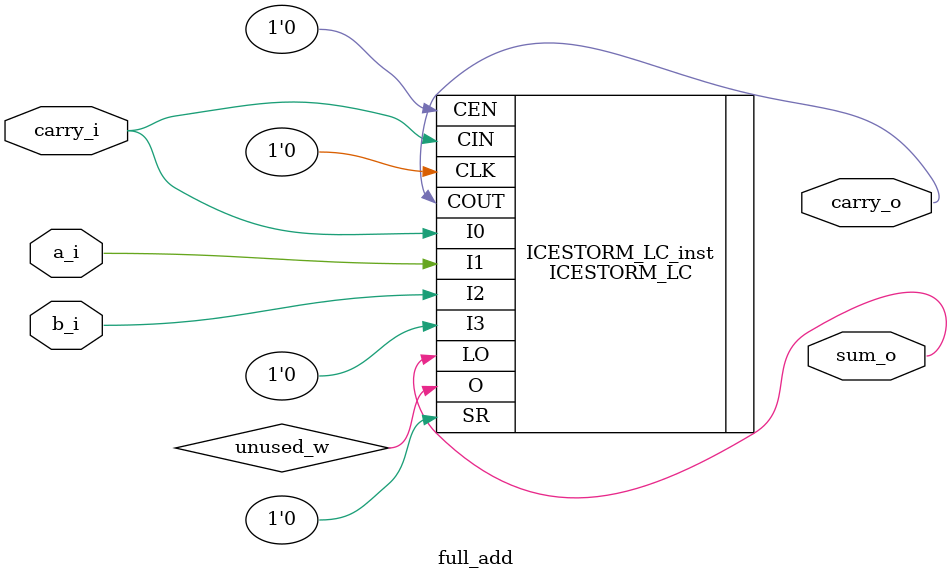
<source format=sv>
module full_add
  (input [0:0] a_i
  ,input [0:0] b_i
  ,input [0:0] carry_i
  ,output [0:0] carry_o
  ,output [0:0] sum_o);

   // For Lab 3, do not use _any_ behavioral verilog in this
   // module. You may use assign statments to connect wires, but not
   // to perform logic. 

   // Your code here:

  wire unused_w;

  ICESTORM_LC 
    #(.LUT_INIT(16'b1001011010010110),
      .CIN_SET(1'b0),
      .CARRY_ENABLE(1'b1)
    )
  ICESTORM_LC_inst (
    .I0(carry_i), 
    .I1(a_i), 
    .I2(b_i), 
    .I3(1'b0), 
    .CIN(carry_i), 
    .CLK(1'b0), 
    .CEN(1'b0), 
    .SR(1'b0),
	  .LO(sum_o),
	  .O(unused_w),
	  .COUT(carry_o)
  );

endmodule

</source>
